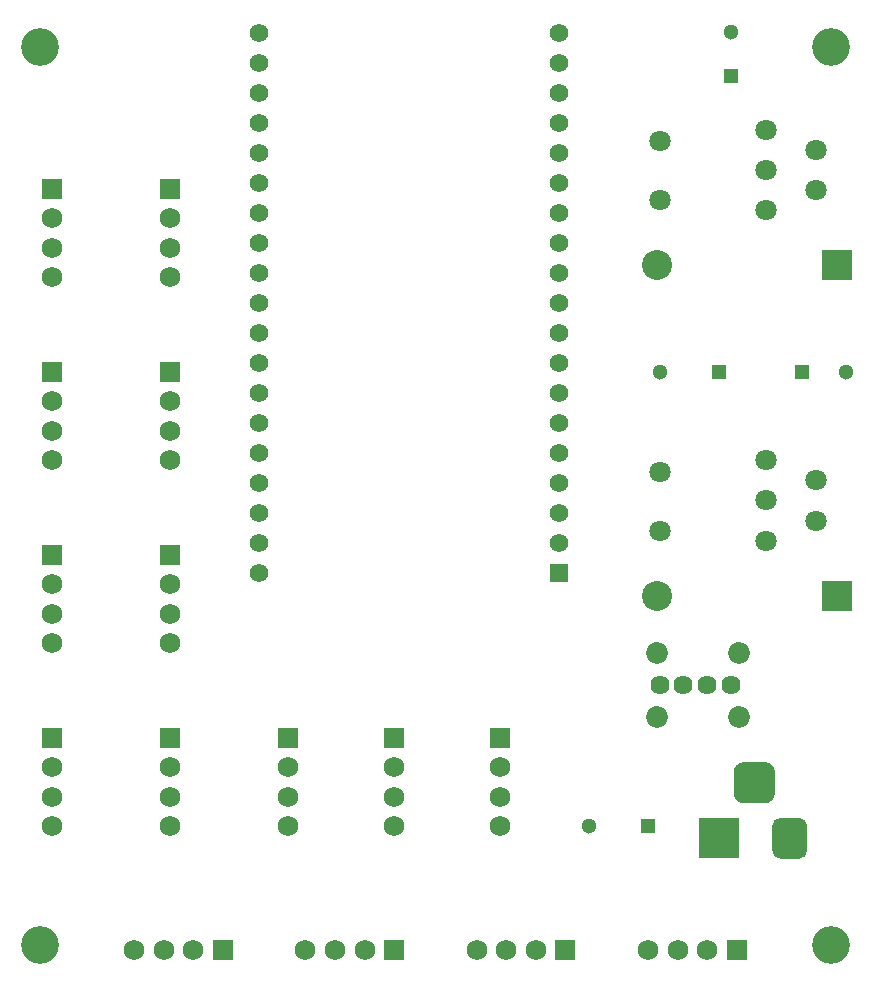
<source format=gbr>
G04 #@! TF.GenerationSoftware,KiCad,Pcbnew,5.1.6-c6e7f7d~87~ubuntu20.04.1*
G04 #@! TF.CreationDate,2020-08-21T16:01:03+01:00*
G04 #@! TF.ProjectId,beehive,62656568-6976-4652-9e6b-696361645f70,rev?*
G04 #@! TF.SameCoordinates,Original*
G04 #@! TF.FileFunction,Soldermask,Bot*
G04 #@! TF.FilePolarity,Negative*
%FSLAX46Y46*%
G04 Gerber Fmt 4.6, Leading zero omitted, Abs format (unit mm)*
G04 Created by KiCad (PCBNEW 5.1.6-c6e7f7d~87~ubuntu20.04.1) date 2020-08-21 16:01:03*
%MOMM*%
%LPD*%
G01*
G04 APERTURE LIST*
%ADD10C,1.560000*%
%ADD11R,1.560000X1.560000*%
%ADD12C,1.750000*%
%ADD13R,1.750000X1.750000*%
%ADD14C,1.800000*%
%ADD15C,3.200000*%
%ADD16C,1.620000*%
%ADD17C,1.850000*%
%ADD18R,2.540000X2.540000*%
%ADD19C,2.540000*%
%ADD20R,3.500000X3.500000*%
%ADD21C,1.300000*%
%ADD22R,1.300000X1.300000*%
G04 APERTURE END LIST*
D10*
X158100000Y-63280000D03*
X158100000Y-65820000D03*
X158100000Y-68360000D03*
X158100000Y-70900000D03*
X158100000Y-73440000D03*
X158100000Y-75980000D03*
X158100000Y-78520000D03*
X158100000Y-81060000D03*
X158100000Y-83600000D03*
X158100000Y-86140000D03*
X158100000Y-88680000D03*
X158100000Y-91220000D03*
X158100000Y-93760000D03*
X158100000Y-96300000D03*
X158100000Y-98840000D03*
X158100000Y-101380000D03*
X158100000Y-103920000D03*
X158100000Y-106460000D03*
X158100000Y-109000000D03*
X183500000Y-65820000D03*
X183500000Y-68360000D03*
X183500000Y-70900000D03*
X183500000Y-73440000D03*
X183500000Y-75980000D03*
X183500000Y-78520000D03*
X183500000Y-81060000D03*
X183500000Y-83600000D03*
X183500000Y-86140000D03*
X183500000Y-88680000D03*
X183500000Y-91220000D03*
X183500000Y-93760000D03*
X183500000Y-96300000D03*
X183500000Y-98840000D03*
X183500000Y-101380000D03*
X183500000Y-103920000D03*
X183500000Y-63280000D03*
X183500000Y-106460000D03*
D11*
X183500000Y-109000000D03*
D12*
X140500000Y-99500000D03*
X140500000Y-97000000D03*
X140500000Y-94500000D03*
D13*
X140500000Y-92000000D03*
D12*
X150500000Y-84000000D03*
X150500000Y-81500000D03*
X150500000Y-79000000D03*
D13*
X150500000Y-76500000D03*
D12*
X140500000Y-84000000D03*
X140500000Y-81500000D03*
X140500000Y-79000000D03*
D13*
X140500000Y-76500000D03*
D12*
X140500000Y-115000000D03*
X140500000Y-112500000D03*
X140500000Y-110000000D03*
D13*
X140500000Y-107500000D03*
D12*
X176500000Y-141000000D03*
X179000000Y-141000000D03*
X181500000Y-141000000D03*
D13*
X184000000Y-141000000D03*
D14*
X205200000Y-76600000D03*
X205200000Y-73200000D03*
X201000000Y-71500000D03*
X201000000Y-78300000D03*
X201000000Y-74900000D03*
X192000000Y-72500000D03*
X192000000Y-77500000D03*
X192000000Y-105500000D03*
X192000000Y-100500000D03*
X205200000Y-104600000D03*
X205200000Y-101200000D03*
X201000000Y-99500000D03*
X201000000Y-106300000D03*
X201000000Y-102900000D03*
D12*
X147500000Y-141000000D03*
X150000000Y-141000000D03*
X152500000Y-141000000D03*
D13*
X155000000Y-141000000D03*
D15*
X139500000Y-64500000D03*
X206500000Y-64500000D03*
X206500000Y-140500000D03*
X139500000Y-140500000D03*
D13*
X198500000Y-141000000D03*
D12*
X196000000Y-141000000D03*
X193500000Y-141000000D03*
X191000000Y-141000000D03*
X162000000Y-141000000D03*
X164500000Y-141000000D03*
X167000000Y-141000000D03*
D13*
X169500000Y-141000000D03*
D12*
X178500000Y-130500000D03*
X178500000Y-128000000D03*
X178500000Y-125500000D03*
D13*
X178500000Y-123000000D03*
D12*
X169500000Y-130500000D03*
X169500000Y-128000000D03*
X169500000Y-125500000D03*
D13*
X169500000Y-123000000D03*
D12*
X160500000Y-130500000D03*
X160500000Y-128000000D03*
X160500000Y-125500000D03*
D13*
X160500000Y-123000000D03*
D12*
X150500000Y-130500000D03*
X150500000Y-128000000D03*
X150500000Y-125500000D03*
D13*
X150500000Y-123000000D03*
D12*
X140500000Y-130500000D03*
X140500000Y-128000000D03*
X140500000Y-125500000D03*
D13*
X140500000Y-123000000D03*
D12*
X150500000Y-115000000D03*
X150500000Y-112500000D03*
X150500000Y-110000000D03*
D13*
X150500000Y-107500000D03*
D12*
X150500000Y-99500000D03*
X150500000Y-97000000D03*
X150500000Y-94500000D03*
D13*
X150500000Y-92000000D03*
D16*
X198000000Y-118500000D03*
X196000000Y-118500000D03*
X194000000Y-118500000D03*
D17*
X198730000Y-121220000D03*
D16*
X192000000Y-118500000D03*
D17*
X191730000Y-121220000D03*
X198730000Y-115780000D03*
X191730000Y-115780000D03*
D18*
X207000000Y-83000000D03*
D19*
X191760000Y-83000000D03*
D18*
X206998780Y-111002960D03*
D19*
X191758780Y-111002960D03*
G36*
G01*
X201750000Y-125925000D02*
X201750000Y-127675000D01*
G75*
G02*
X200875000Y-128550000I-875000J0D01*
G01*
X199125000Y-128550000D01*
G75*
G02*
X198250000Y-127675000I0J875000D01*
G01*
X198250000Y-125925000D01*
G75*
G02*
X199125000Y-125050000I875000J0D01*
G01*
X200875000Y-125050000D01*
G75*
G02*
X201750000Y-125925000I0J-875000D01*
G01*
G37*
G36*
G01*
X204500000Y-130500000D02*
X204500000Y-132500000D01*
G75*
G02*
X203750000Y-133250000I-750000J0D01*
G01*
X202250000Y-133250000D01*
G75*
G02*
X201500000Y-132500000I0J750000D01*
G01*
X201500000Y-130500000D01*
G75*
G02*
X202250000Y-129750000I750000J0D01*
G01*
X203750000Y-129750000D01*
G75*
G02*
X204500000Y-130500000I0J-750000D01*
G01*
G37*
D20*
X197000000Y-131500000D03*
D21*
X198000000Y-63200000D03*
D22*
X198000000Y-67000000D03*
X197000000Y-92000000D03*
D21*
X192000000Y-92000000D03*
X207800000Y-92000000D03*
D22*
X204000000Y-92000000D03*
X191000000Y-130500000D03*
D21*
X186000000Y-130500000D03*
M02*

</source>
